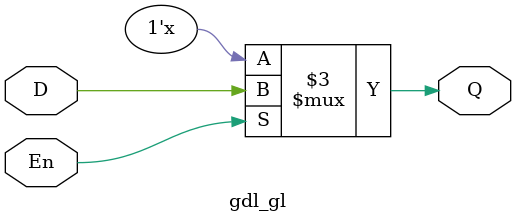
<source format=v>
`timescale 1ns / 1ps

module gdl_gl(
    input D,
    input En,
    output reg Q
);

always @ (D or En) begin
    if (En)
        Q = D;
    // else hold previous value
end

endmodule
</source>
